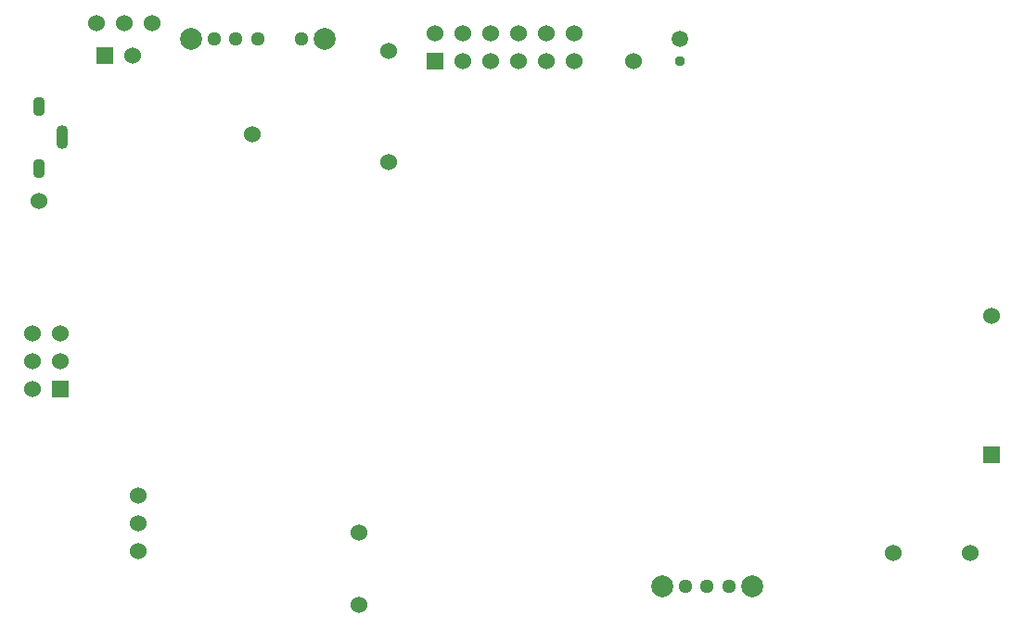
<source format=gbs>
%FSLAX34Y34*%
G04 Gerber Fmt 3.4, Leading zero omitted, Abs format*
G04 (created by PCBNEW (2014-jan-25)-product) date Sat 06 Jun 2015 15:54:02 BST*
%MOIN*%
G01*
G70*
G90*
G04 APERTURE LIST*
%ADD10C,0.005906*%
%ADD11R,0.060000X0.060000*%
%ADD12C,0.060000*%
%ADD13C,0.051200*%
%ADD14C,0.078700*%
%ADD15C,0.059055*%
%ADD16C,0.037402*%
%ADD17O,0.043300X0.070900*%
%ADD18O,0.043300X0.086600*%
G04 APERTURE END LIST*
G54D10*
G54D11*
X45669Y-53543D03*
G54D12*
X45669Y-48543D03*
G54D11*
X12204Y-51181D03*
G54D12*
X11204Y-51181D03*
X12204Y-50181D03*
X11204Y-50181D03*
X12204Y-49181D03*
X11204Y-49181D03*
G54D11*
X13779Y-39173D03*
G54D12*
X14779Y-39173D03*
X44881Y-57086D03*
X42125Y-57086D03*
X15000Y-57000D03*
X15000Y-55000D03*
X15000Y-56000D03*
X13500Y-38000D03*
X14500Y-38000D03*
X15500Y-38000D03*
X22913Y-56338D03*
X22913Y-58937D03*
X19094Y-42007D03*
X11417Y-44409D03*
X24000Y-43000D03*
X24000Y-39000D03*
X32795Y-39370D03*
G54D11*
X25665Y-39370D03*
G54D12*
X25665Y-38370D03*
X26665Y-39370D03*
X26665Y-38370D03*
X27665Y-39370D03*
X27665Y-38370D03*
X28665Y-38370D03*
X28665Y-39370D03*
X29665Y-38370D03*
X29665Y-39370D03*
X30665Y-38370D03*
X30665Y-39370D03*
G54D13*
X36220Y-58267D03*
X35433Y-58267D03*
X34645Y-58267D03*
G54D14*
X37047Y-58267D03*
X33818Y-58267D03*
G54D13*
X20866Y-38582D03*
X19291Y-38582D03*
X18503Y-38582D03*
G54D14*
X21693Y-38582D03*
X16889Y-38582D03*
G54D13*
X17716Y-38582D03*
G54D15*
X34448Y-38582D03*
G54D16*
X34448Y-39370D03*
G54D17*
X11417Y-43227D03*
X11417Y-41023D03*
G54D18*
X12263Y-42125D03*
M02*

</source>
